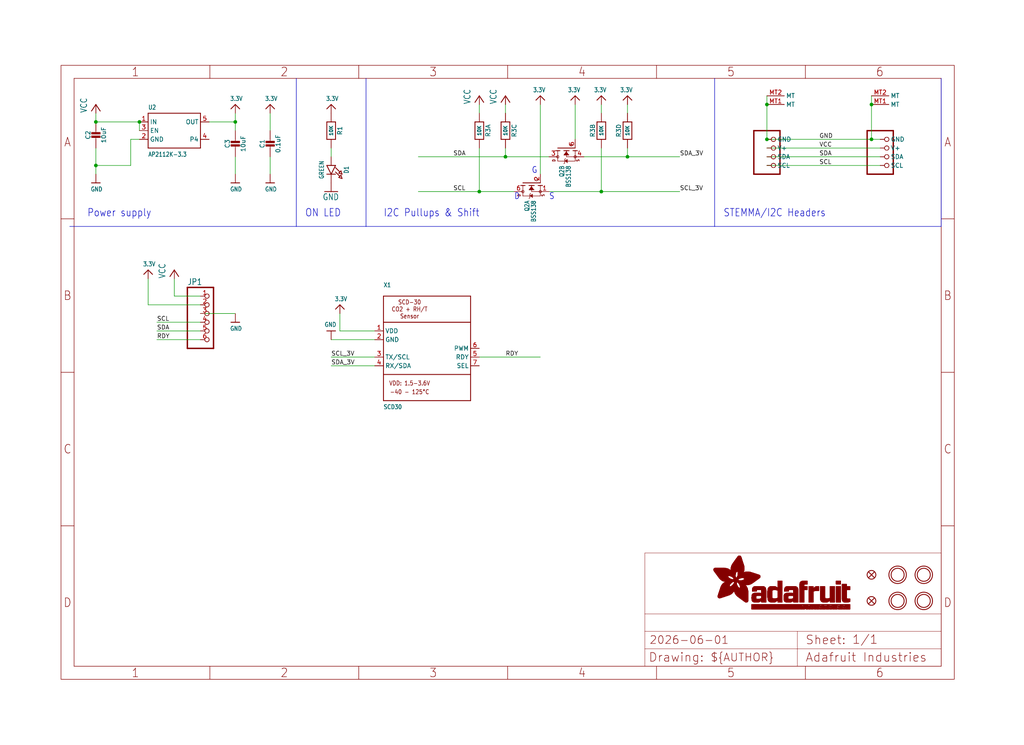
<source format=kicad_sch>
(kicad_sch (version 20230121) (generator eeschema)
  (paper "User" 298.45 217.322)
  (lib_symbols
    (symbol "working-eagle-import:3.3V" (power)
      (property "Value" "3.3V" (at -1.524 1.016 0))
      (symbol "3.3V_1_0"
        (pin power_in line (at 0 -2.54 90) (length 2.54) (name "3.3V") (number "1"))
      )
    )
    (symbol "working-eagle-import:CAP_CERAMIC0603_NO"
      (property "Reference" "C" (at -2.29 1.25 90))
      (symbol "CAP_CERAMIC0603_NO_1_0"
        (pin passive line (at 0 5.08 270) (length 2.54) (name "1") (number "1"))
        (pin passive line (at 0 -2.54 90) (length 2.54) (name "2") (number "2"))
      )
    )
    (symbol "working-eagle-import:CAP_CERAMIC0805-NOOUTLINE"
      (property "Reference" "C" (at -2.29 1.25 90))
      (symbol "CAP_CERAMIC0805-NOOUTLINE_1_0"
        (pin passive line (at 0 5.08 270) (length 2.54) (name "1") (number "1"))
        (pin passive line (at 0 -2.54 90) (length 2.54) (name "2") (number "2"))
      )
    )
    (symbol "working-eagle-import:FIDUCIAL_1MM")
    (symbol "working-eagle-import:FRAME_A4_ADAFRUIT"
      (symbol "FRAME_A4_ADAFRUIT_1_0"
        (text "${#}/${##}" (at 230.505 10.16 0) (effects (font (size 2.54 2.54)) (justify left bottom)))
        (text "${AUTHOR}" (at 189.23 5.08 0) (effects (font (size 2.286 2.286)) (justify left bottom)))
        (text "${CURRENT_DATE}" (at 171.45 10.16 0) (effects (font (size 2.286 2.286)) (justify left bottom)))
        (text "${PROJECTNAME}" (at 171.45 15.24 0) (effects (font (size 2.54 2.54)) (justify left bottom)))
        (text "1" (at 21.6958 1.905 0) (effects (font (size 2.54 2.286))))
        (text "1" (at 21.6958 177.165 0) (effects (font (size 2.54 2.286))))
        (text "2" (at 65.0875 1.905 0) (effects (font (size 2.54 2.286))))
        (text "2" (at 65.0875 177.165 0) (effects (font (size 2.54 2.286))))
        (text "3" (at 108.4792 1.905 0) (effects (font (size 2.54 2.286))))
        (text "3" (at 108.4792 177.165 0) (effects (font (size 2.54 2.286))))
        (text "4" (at 151.8708 1.905 0) (effects (font (size 2.54 2.286))))
        (text "4" (at 151.8708 177.165 0) (effects (font (size 2.54 2.286))))
        (text "5" (at 195.2625 1.905 0) (effects (font (size 2.54 2.286))))
        (text "5" (at 195.2625 177.165 0) (effects (font (size 2.54 2.286))))
        (text "6" (at 238.6542 1.905 0) (effects (font (size 2.54 2.286))))
        (text "6" (at 238.6542 177.165 0) (effects (font (size 2.54 2.286))))
        (text "A" (at 1.905 156.6863 0) (effects (font (size 2.54 2.286))))
        (text "A" (at 258.445 156.6863 0) (effects (font (size 2.54 2.286))))
        (text "Adafruit Industries" (at 216.916 4.953 0) (effects (font (size 2.54 2.54)) (justify left bottom)))
        (text "B" (at 1.905 111.9188 0) (effects (font (size 2.54 2.286))))
        (text "B" (at 258.445 111.9188 0) (effects (font (size 2.54 2.286))))
        (text "C" (at 1.905 67.1513 0) (effects (font (size 2.54 2.286))))
        (text "C" (at 258.445 67.1513 0) (effects (font (size 2.54 2.286))))
        (text "D" (at 1.905 22.3838 0) (effects (font (size 2.54 2.286))))
        (text "D" (at 258.445 22.3838 0) (effects (font (size 2.54 2.286))))
        (text "Drawing:" (at 171.196 4.953 0) (effects (font (size 2.54 2.54)) (justify left bottom)))
        (text "Sheet:" (at 216.916 10.033 0) (effects (font (size 2.54 2.54)) (justify left bottom)))
      )
    )
    (symbol "working-eagle-import:GND" (power)
      (property "Value" "GND" (at -1.524 -2.54 0))
      (symbol "GND_1_0"
        (pin power_in line (at 0 2.54 270) (length 2.54) (name "GND") (number "1"))
      )
    )
    (symbol "working-eagle-import:HEADER-1X670MIL"
      (property "Reference" "JP" (at -6.35 10.795 0))
      (symbol "HEADER-1X670MIL_1_0"
        (pin passive inverted (at -2.54 7.62 0) (length 2.54) (name "1") (number "1"))
        (pin passive inverted (at -2.54 5.08 0) (length 2.54) (name "2") (number "2"))
        (pin passive inverted (at -2.54 2.54 0) (length 2.54) (name "3") (number "3"))
        (pin passive inverted (at -2.54 0 0) (length 2.54) (name "4") (number "4"))
        (pin passive inverted (at -2.54 -2.54 0) (length 2.54) (name "5") (number "5"))
        (pin passive inverted (at -2.54 -5.08 0) (length 2.54) (name "6") (number "6"))
      )
    )
    (symbol "working-eagle-import:LED0603_NOOUTLINE"
      (property "Reference" "D" (at -1.27 4.445 0))
      (symbol "LED0603_NOOUTLINE_1_0"
        (pin passive line (at -5.08 0 0) (length 2.54) (name "A") (number "A"))
        (pin passive line (at 2.54 0 180) (length 2.54) (name "C") (number "C"))
      )
    )
    (symbol "working-eagle-import:MOSFET-N_DUAL"
      (property "Reference" "Q" (at 5.08 0.635 0))
      (symbol "MOSFET-N_DUAL_1_0"
        (text "D" (at 3.175 3.175 0) (effects (font (size 0.8128 0.6908)) (justify left bottom)))
        (text "G" (at -1.27 -1.905 0) (effects (font (size 0.8128 0.6908)) (justify left bottom)))
        (text "S" (at 3.175 -3.81 0) (effects (font (size 0.8128 0.6908)) (justify left bottom)))
        (pin bidirectional line (at 2.54 -5.08 90) (length 2.54) (name "S") (number "1"))
        (pin bidirectional line (at -2.54 -2.54 0) (length 2.54) (name "G") (number "2"))
        (pin bidirectional line (at 2.54 5.08 270) (length 2.54) (name "D") (number "6"))
      )
      (symbol "MOSFET-N_DUAL_2_0"
        (text "D" (at 3.175 3.175 0) (effects (font (size 0.8128 0.6908)) (justify left bottom)))
        (text "G" (at -1.27 -1.905 0) (effects (font (size 0.8128 0.6908)) (justify left bottom)))
        (text "S" (at 3.175 -3.81 0) (effects (font (size 0.8128 0.6908)) (justify left bottom)))
        (pin bidirectional line (at 2.54 5.08 270) (length 2.54) (name "D") (number "3"))
        (pin bidirectional line (at 2.54 -5.08 90) (length 2.54) (name "S") (number "4"))
        (pin bidirectional line (at -2.54 -2.54 0) (length 2.54) (name "G") (number "5"))
      )
    )
    (symbol "working-eagle-import:MOUNTINGHOLE2.5")
    (symbol "working-eagle-import:RESISTOR_0603_NOOUT"
      (property "Reference" "R" (at 0 2.54 0))
      (symbol "RESISTOR_0603_NOOUT_1_0"
        (pin passive line (at -5.08 0 0) (length 2.54) (name "1") (number "1"))
        (pin passive line (at 5.08 0 180) (length 2.54) (name "2") (number "2"))
      )
    )
    (symbol "working-eagle-import:RESISTOR_4PACK"
      (property "Reference" "R" (at 0 2.54 0))
      (symbol "RESISTOR_4PACK_1_0"
        (pin passive line (at -5.08 0 0) (length 2.54) (name "1") (number "1"))
        (pin passive line (at 5.08 0 180) (length 2.54) (name "2") (number "8"))
      )
      (symbol "RESISTOR_4PACK_2_0"
        (pin passive line (at -5.08 0 0) (length 2.54) (name "1") (number "2"))
        (pin passive line (at 5.08 0 180) (length 2.54) (name "2") (number "7"))
      )
      (symbol "RESISTOR_4PACK_3_0"
        (pin passive line (at -5.08 0 0) (length 2.54) (name "1") (number "3"))
        (pin passive line (at 5.08 0 180) (length 2.54) (name "2") (number "6"))
      )
      (symbol "RESISTOR_4PACK_4_0"
        (pin passive line (at -5.08 0 0) (length 2.54) (name "1") (number "4"))
        (pin passive line (at 5.08 0 180) (length 2.54) (name "2") (number "5"))
      )
    )
    (symbol "working-eagle-import:SCD30"
      (property "Reference" "X" (at -12.7 17.78 0))
      (symbol "SCD30_1_0"
        (text "-40 - 125°C" (at -5.08 -12.7 0) (effects (font (size 1.27 1.0795))))
        (text "SCD-30\nCO2 + RH/T\nSensor" (at -5.08 11.43 0) (effects (font (size 1.27 1.0795))))
        (text "VDD: 1.5-3.6V" (at -5.08 -10.16 0) (effects (font (size 1.27 1.0795))))
        (pin power_in line (at -15.24 5.08 0) (length 2.54) (name "VDD") (number "1"))
        (pin power_in line (at -15.24 2.54 0) (length 2.54) (name "GND") (number "2"))
        (pin input line (at -15.24 -2.54 0) (length 2.54) (name "TX/SCL") (number "3"))
        (pin bidirectional line (at -15.24 -5.08 0) (length 2.54) (name "RX/SDA") (number "4"))
        (pin output line (at 15.24 -2.54 180) (length 2.54) (name "RDY") (number "5"))
        (pin output line (at 15.24 0 180) (length 2.54) (name "PWM") (number "6"))
        (pin input line (at 15.24 -5.08 180) (length 2.54) (name "SEL") (number "7"))
      )
    )
    (symbol "working-eagle-import:STEMMA_I2C_QT"
      (symbol "STEMMA_I2C_QT_1_0"
        (pin passive inverted (at 0 5.08 0) (length 2.54) (name "GND") (number "1"))
        (pin passive inverted (at 0 2.54 0) (length 2.54) (name "V+") (number "2"))
        (pin passive inverted (at 0 0 0) (length 2.54) (name "SDA") (number "3"))
        (pin passive inverted (at 0 -2.54 0) (length 2.54) (name "SCL") (number "4"))
      )
      (symbol "STEMMA_I2C_QT_2_0"
        (pin bidirectional line (at 0 0 0) (length 5.08) (name "MT") (number "MT1"))
      )
      (symbol "STEMMA_I2C_QT_3_0"
        (pin bidirectional line (at 0 0 0) (length 5.08) (name "MT") (number "MT2"))
      )
    )
    (symbol "working-eagle-import:VCC" (power)
      (property "Value" "VCC" (at -2.54 -2.54 90))
      (symbol "VCC_1_0"
        (pin power_in line (at 0 -2.54 90) (length 2.54) (name "VCC") (number "1"))
      )
    )
    (symbol "working-eagle-import:VREG_SOT23-5"
      (property "Reference" "U" (at -7.62 6.096 0))
      (symbol "VREG_SOT23-5_1_0"
        (pin power_in line (at -10.16 2.54 0) (length 2.54) (name "IN") (number "1"))
        (pin power_in line (at -10.16 -2.54 0) (length 2.54) (name "GND") (number "2"))
        (pin input line (at -10.16 0 0) (length 2.54) (name "EN") (number "3"))
        (pin bidirectional line (at 10.16 -2.54 180) (length 2.54) (name "P4") (number "4"))
        (pin power_in line (at 10.16 2.54 180) (length 2.54) (name "OUT") (number "5"))
      )
    )
    (symbol "working-eagle-import:supply1_GND" (power)
      (property "Value" "supply1_GND" (at -2.54 -2.54 0))
      (symbol "supply1_GND_1_0"
        (pin power_in line (at 0 2.54 270) (length 2.54) (name "GND") (number "1"))
      )
    )
  )
  (junction (at 254 30.48))
  (junction (at 27.94 35.56))
  (junction (at 40.64 35.56))
  (junction (at 223.52 30.48))
  (junction (at 175.26 55.88))
  (junction (at 27.94 48.26))
  (junction (at 147.32 45.72))
  (junction (at 223.52 40.64))
  (junction (at 68.58 35.56))
  (junction (at 254 40.64))
  (junction (at 182.88 45.72))
  (junction (at 139.7 55.88))
  (wire (pts (xy 139.7 104.14) (xy 157.48 104.14)) (stroke (width 0.1524)))
  (wire (pts (xy 167.64 40.64) (xy 167.64 30.48)) (stroke (width 0.1524)))
  (wire (pts (xy 27.94 33.02) (xy 27.94 35.56)) (stroke (width 0.1524)))
  (wire (pts (xy 182.88 43.18) (xy 182.88 45.72)) (stroke (width 0.1524)))
  (wire (pts (xy 40.64 40.64) (xy 38.1 40.64)) (stroke (width 0.1524)))
  (wire (pts (xy 58.42 93.98) (xy 45.72 93.98)) (stroke (width 0.1524)))
  (wire (pts (xy 139.7 55.88) (xy 121.92 55.88)) (stroke (width 0.1524)))
  (polyline (pts (xy 86.36 22.86) (xy 86.36 66.04)) (stroke (width 0.1524) (type solid)))
  (wire (pts (xy 58.42 88.9) (xy 43.18 88.9)) (stroke (width 0.1524)))
  (wire (pts (xy 157.48 50.8) (xy 157.48 30.48)) (stroke (width 0.1524)))
  (wire (pts (xy 68.58 45.72) (xy 68.58 50.8)) (stroke (width 0.1524)))
  (wire (pts (xy 147.32 33.02) (xy 147.32 30.48)) (stroke (width 0.1524)))
  (wire (pts (xy 78.74 33.02) (xy 78.74 38.1)) (stroke (width 0.1524)))
  (polyline (pts (xy 106.68 66.04) (xy 208.28 66.04)) (stroke (width 0.1524) (type solid)))
  (wire (pts (xy 147.32 43.18) (xy 147.32 45.72)) (stroke (width 0.1524)))
  (wire (pts (xy 139.7 30.48) (xy 139.7 33.02)) (stroke (width 0.1524)))
  (wire (pts (xy 254 27.94) (xy 254 30.48)) (stroke (width 0.1524)))
  (wire (pts (xy 109.22 96.52) (xy 99.06 96.52)) (stroke (width 0.1524)))
  (wire (pts (xy 160.02 55.88) (xy 175.26 55.88)) (stroke (width 0.1524)))
  (wire (pts (xy 99.06 96.52) (xy 99.06 91.44)) (stroke (width 0.1524)))
  (wire (pts (xy 254 30.48) (xy 254 40.64)) (stroke (width 0.1524)))
  (wire (pts (xy 160.02 45.72) (xy 147.32 45.72)) (stroke (width 0.1524)))
  (wire (pts (xy 40.64 38.1) (xy 40.64 35.56)) (stroke (width 0.1524)))
  (polyline (pts (xy 208.28 66.04) (xy 274.32 66.04)) (stroke (width 0.1524) (type solid)))
  (wire (pts (xy 27.94 48.26) (xy 27.94 43.18)) (stroke (width 0.1524)))
  (wire (pts (xy 38.1 40.64) (xy 38.1 48.26)) (stroke (width 0.1524)))
  (wire (pts (xy 27.94 48.26) (xy 27.94 50.8)) (stroke (width 0.1524)))
  (wire (pts (xy 68.58 35.56) (xy 68.58 38.1)) (stroke (width 0.1524)))
  (wire (pts (xy 68.58 35.56) (xy 68.58 33.02)) (stroke (width 0.1524)))
  (wire (pts (xy 96.52 45.72) (xy 96.52 43.18)) (stroke (width 0.1524)))
  (wire (pts (xy 175.26 55.88) (xy 198.12 55.88)) (stroke (width 0.1524)))
  (wire (pts (xy 175.26 33.02) (xy 175.26 30.48)) (stroke (width 0.1524)))
  (wire (pts (xy 182.88 33.02) (xy 182.88 30.48)) (stroke (width 0.1524)))
  (wire (pts (xy 78.74 45.72) (xy 78.74 50.8)) (stroke (width 0.1524)))
  (polyline (pts (xy 86.36 66.04) (xy 106.68 66.04)) (stroke (width 0.1524) (type solid)))
  (polyline (pts (xy 106.68 22.86) (xy 106.68 66.04)) (stroke (width 0.1524) (type solid)))
  (polyline (pts (xy 208.28 22.86) (xy 208.28 66.04)) (stroke (width 0.1524) (type solid)))
  (wire (pts (xy 58.42 99.06) (xy 45.72 99.06)) (stroke (width 0.1524)))
  (wire (pts (xy 182.88 45.72) (xy 198.12 45.72)) (stroke (width 0.1524)))
  (polyline (pts (xy 20.32 66.04) (xy 86.36 66.04)) (stroke (width 0.1524) (type solid)))
  (wire (pts (xy 256.54 40.64) (xy 254 40.64)) (stroke (width 0.1524)))
  (wire (pts (xy 223.52 27.94) (xy 223.52 30.48)) (stroke (width 0.1524)))
  (wire (pts (xy 147.32 45.72) (xy 121.92 45.72)) (stroke (width 0.1524)))
  (wire (pts (xy 175.26 43.18) (xy 175.26 55.88)) (stroke (width 0.1524)))
  (wire (pts (xy 170.18 45.72) (xy 182.88 45.72)) (stroke (width 0.1524)))
  (wire (pts (xy 58.42 86.36) (xy 50.8 86.36)) (stroke (width 0.1524)))
  (wire (pts (xy 109.22 99.06) (xy 96.52 99.06)) (stroke (width 0.1524)))
  (wire (pts (xy 223.52 30.48) (xy 223.52 40.64)) (stroke (width 0.1524)))
  (wire (pts (xy 60.96 35.56) (xy 68.58 35.56)) (stroke (width 0.1524)))
  (wire (pts (xy 256.54 45.72) (xy 223.52 45.72)) (stroke (width 0.1524)))
  (wire (pts (xy 139.7 43.18) (xy 139.7 55.88)) (stroke (width 0.1524)))
  (wire (pts (xy 96.52 106.68) (xy 109.22 106.68)) (stroke (width 0.1524)))
  (wire (pts (xy 109.22 104.14) (xy 96.52 104.14)) (stroke (width 0.1524)))
  (wire (pts (xy 223.52 43.18) (xy 256.54 43.18)) (stroke (width 0.1524)))
  (wire (pts (xy 38.1 48.26) (xy 27.94 48.26)) (stroke (width 0.1524)))
  (polyline (pts (xy 274.32 22.86) (xy 274.32 66.04)) (stroke (width 0.1524) (type solid)))
  (wire (pts (xy 223.52 48.26) (xy 256.54 48.26)) (stroke (width 0.1524)))
  (wire (pts (xy 58.42 96.52) (xy 45.72 96.52)) (stroke (width 0.1524)))
  (wire (pts (xy 58.42 91.44) (xy 68.58 91.44)) (stroke (width 0.1524)))
  (wire (pts (xy 43.18 88.9) (xy 43.18 81.28)) (stroke (width 0.1524)))
  (wire (pts (xy 50.8 86.36) (xy 50.8 81.28)) (stroke (width 0.1524)))
  (wire (pts (xy 254 40.64) (xy 223.52 40.64)) (stroke (width 0.1524)))
  (wire (pts (xy 149.86 55.88) (xy 139.7 55.88)) (stroke (width 0.1524)))
  (wire (pts (xy 40.64 35.56) (xy 27.94 35.56)) (stroke (width 0.1524)))
  (text "S" (at 160.02 58.42 0) (effects (font (size 1.778 1.5113)) (justify left bottom)))
  (text "D" (at 149.86 58.42 0) (effects (font (size 1.778 1.5113)) (justify left bottom)))
  (text "I2C Pullups & Shift" (at 111.76 63.5 0) (effects (font (size 2.1844 1.8567)) (justify left bottom)))
  (text "ON LED" (at 88.9 63.5 0) (effects (font (size 2.1844 1.8567)) (justify left bottom)))
  (text "STEMMA/I2C Headers" (at 210.82 63.5 0) (effects (font (size 2.1844 1.8567)) (justify left bottom)))
  (text "Power supply" (at 25.4 63.5 0) (effects (font (size 2.1844 1.8567)) (justify left bottom)))
  (text "G" (at 154.94 50.8 0) (effects (font (size 1.778 1.5113)) (justify left bottom)))
  (label "SCL" (at 238.76 48.26 0) (effects (font (size 1.2446 1.2446))))
  (label "SDA" (at 132.08 45.72 0) (effects (font (size 1.2446 1.2446))))
  (label "SDA_3V" (at 96.52 106.68 0) (effects (font (size 1.2446 1.2446))))
  (label "SDA_3V" (at 198.12 45.72 0) (effects (font (size 1.2446 1.2446))))
  (label "SCL_3V" (at 198.12 55.88 0) (effects (font (size 1.2446 1.2446))))
  (label "GND" (at 238.76 40.64 0) (effects (font (size 1.2446 1.2446))))
  (label "SDA" (at 238.76 45.72 0) (effects (font (size 1.2446 1.2446))))
  (label "RDY" (at 45.72 99.06 0) (effects (font (size 1.2446 1.2446))))
  (label "RDY" (at 147.32 104.14 0) (effects (font (size 1.2446 1.2446))))
  (label "SCL" (at 132.08 55.88 0) (effects (font (size 1.2446 1.2446))))
  (label "SCL" (at 45.72 93.98 0) (effects (font (size 1.2446 1.2446))))
  (label "SCL_3V" (at 96.52 104.14 0) (effects (font (size 1.2446 1.2446))))
  (label "VCC" (at 238.76 43.18 0) (effects (font (size 1.2446 1.2446))))
  (label "SDA" (at 45.72 96.52 0) (effects (font (size 1.2446 1.2446))))
  (symbol (lib_id "working-eagle-import:CAP_CERAMIC0603_NO") (at 78.74 43.18 0) (unit 1)
    (property "Reference" "C1" (at 76.45 41.93 90))
    (property "Value" "0.1uF" (at 81.04 41.93 90))
    (property "Footprint" "working:0603-NO" (effects hide))
  )
  (symbol (lib_id "working-eagle-import:VREG_SOT23-5") (at 50.8 38.1 0) (unit 1)
    (property "Reference" "U2" (at 43.18 32.004 0) (effects (font (size 1.27 1.0795)) (justify left bottom)))
    (property "Value" "AP2112K-3.3" (at 43.18 45.72 0) (effects (font (size 1.27 1.0795)) (justify left bottom)))
    (property "Footprint" "working:SOT23-5" (effects hide))
  )
  (symbol (lib_id "working-eagle-import:CAP_CERAMIC0805-NOOUTLINE") (at 27.94 40.64 0) (unit 1)
    (property "Reference" "C2" (at 25.65 39.39 90))
    (property "Value" "10uF" (at 30.24 39.39 90))
    (property "Footprint" "working:0805-NO" (effects hide))
  )
  (symbol (lib_id "working-eagle-import:CAP_CERAMIC0805-NOOUTLINE") (at 68.58 43.18 0) (unit 1)
    (property "Reference" "C3" (at 66.29 41.93 90))
    (property "Value" "10uF" (at 70.88 41.93 90))
    (property "Footprint" "working:0805-NO" (effects hide))
  )
  (symbol (lib_id "working-eagle-import:FIDUCIAL_1MM") (at 254 167.64 0) (unit 1)
    (property "Reference" "FID4" (effects hide))
    (property "Value" "FIDUCIAL_1MM" (effects hide))
    (property "Footprint" "working:FIDUCIAL_1MM" (effects hide))
  )
  (symbol (lib_id "working-eagle-import:3.3V") (at 99.06 88.9 0) (unit 1)
    (property "Reference" "#U$2" (effects hide))
    (property "Value" "3.3V" (at 97.536 87.884 0) (effects (font (size 1.27 1.0795)) (justify left bottom)))
  )
  (symbol (lib_id "working-eagle-import:FIDUCIAL_1MM") (at 254 175.26 0) (unit 1)
    (property "Reference" "FID3" (effects hide))
    (property "Value" "FIDUCIAL_1MM" (effects hide))
    (property "Footprint" "working:FIDUCIAL_1MM" (effects hide))
  )
  (symbol (lib_id "working-eagle-import:3.3V") (at 175.26 27.94 0) (mirror y) (unit 1)
    (property "Reference" "#U$24" (effects hide))
    (property "Value" "3.3V" (at 176.784 26.924 0) (effects (font (size 1.27 1.0795)) (justify left bottom)))
  )
  (symbol (lib_id "working-eagle-import:RESISTOR_0603_NOOUT") (at 96.52 38.1 270) (unit 1)
    (property "Reference" "R1" (at 99.06 38.1 0))
    (property "Value" "10K" (at 96.52 38.1 0) (effects (font (size 1.016 1.016) bold)))
    (property "Footprint" "working:0603-NO" (effects hide))
  )
  (symbol (lib_id "working-eagle-import:VCC") (at 50.8 78.74 0) (unit 1)
    (property "Reference" "#P+4" (effects hide))
    (property "Value" "VCC" (at 48.26 81.28 90) (effects (font (size 1.778 1.5113)) (justify left bottom)))
  )
  (symbol (lib_id "working-eagle-import:STEMMA_I2C_QT") (at 223.52 30.48 0) (unit 2)
    (property "Reference" "CONN3" (effects hide))
    (property "Value" "STEMMA_I2C_QT" (effects hide))
    (property "Footprint" "working:JST_SH4" (effects hide))
  )
  (symbol (lib_id "working-eagle-import:3.3V") (at 43.18 78.74 0) (unit 1)
    (property "Reference" "#U$16" (effects hide))
    (property "Value" "3.3V" (at 41.656 77.724 0) (effects (font (size 1.27 1.0795)) (justify left bottom)))
  )
  (symbol (lib_id "working-eagle-import:STEMMA_I2C_QT") (at 223.52 27.94 0) (unit 3)
    (property "Reference" "CONN3" (effects hide))
    (property "Value" "STEMMA_I2C_QT" (effects hide))
    (property "Footprint" "working:JST_SH4" (effects hide))
  )
  (symbol (lib_id "working-eagle-import:LED0603_NOOUTLINE") (at 96.52 50.8 270) (unit 1)
    (property "Reference" "D1" (at 100.965 49.53 0) (effects (font (size 1.27 1.0795))))
    (property "Value" "GREEN" (at 93.726 49.53 0) (effects (font (size 1.27 1.0795))))
    (property "Footprint" "working:CHIPLED_0603_NOOUTLINE" (effects hide))
  )
  (symbol (lib_id "working-eagle-import:MOUNTINGHOLE2.5") (at 261.62 175.26 0) (unit 1)
    (property "Reference" "U$1" (effects hide))
    (property "Value" "MOUNTINGHOLE2.5" (effects hide))
    (property "Footprint" "working:MOUNTINGHOLE_2.5_PLATED" (effects hide))
  )
  (symbol (lib_id "working-eagle-import:supply1_GND") (at 96.52 55.88 0) (unit 1)
    (property "Reference" "#GND6" (effects hide))
    (property "Value" "GND" (at 93.98 58.42 0) (effects (font (size 1.778 1.5113)) (justify left bottom)))
  )
  (symbol (lib_id "working-eagle-import:MOSFET-N_DUAL") (at 165.1 43.18 90) (mirror x) (unit 2)
    (property "Reference" "Q2" (at 164.465 48.26 0) (effects (font (size 1.27 1.0795)) (justify left bottom)))
    (property "Value" "BSS138" (at 166.37 48.26 0) (effects (font (size 1.27 1.0795)) (justify left bottom)))
    (property "Footprint" "working:SOT363" (effects hide))
  )
  (symbol (lib_id "working-eagle-import:GND") (at 68.58 93.98 0) (unit 1)
    (property "Reference" "#U$10" (effects hide))
    (property "Value" "GND" (at 67.056 96.52 0) (effects (font (size 1.27 1.0795)) (justify left bottom)))
  )
  (symbol (lib_id "working-eagle-import:MOUNTINGHOLE2.5") (at 261.62 167.64 0) (unit 1)
    (property "Reference" "U$17" (effects hide))
    (property "Value" "MOUNTINGHOLE2.5" (effects hide))
    (property "Footprint" "working:MOUNTINGHOLE_2.5_PLATED" (effects hide))
  )
  (symbol (lib_id "working-eagle-import:3.3V") (at 96.52 30.48 0) (unit 1)
    (property "Reference" "#U$3" (effects hide))
    (property "Value" "3.3V" (at 94.996 29.464 0) (effects (font (size 1.27 1.0795)) (justify left bottom)))
  )
  (symbol (lib_id "working-eagle-import:MOSFET-N_DUAL") (at 154.94 53.34 90) (mirror x) (unit 1)
    (property "Reference" "Q2" (at 154.305 58.42 0) (effects (font (size 1.27 1.0795)) (justify left bottom)))
    (property "Value" "BSS138" (at 156.21 58.42 0) (effects (font (size 1.27 1.0795)) (justify left bottom)))
    (property "Footprint" "working:SOT363" (effects hide))
  )
  (symbol (lib_id "working-eagle-import:GND") (at 96.52 96.52 180) (unit 1)
    (property "Reference" "#U$4" (effects hide))
    (property "Value" "GND" (at 98.044 93.98 0) (effects (font (size 1.27 1.0795)) (justify left bottom)))
  )
  (symbol (lib_id "working-eagle-import:GND") (at 68.58 53.34 0) (unit 1)
    (property "Reference" "#U$5" (effects hide))
    (property "Value" "GND" (at 67.056 55.88 0) (effects (font (size 1.27 1.0795)) (justify left bottom)))
  )
  (symbol (lib_id "working-eagle-import:3.3V") (at 182.88 27.94 0) (mirror y) (unit 1)
    (property "Reference" "#U$7" (effects hide))
    (property "Value" "3.3V" (at 184.404 26.924 0) (effects (font (size 1.27 1.0795)) (justify left bottom)))
  )
  (symbol (lib_id "working-eagle-import:STEMMA_I2C_QT") (at 256.54 45.72 0) (unit 1)
    (property "Reference" "CONN4" (effects hide))
    (property "Value" "STEMMA_I2C_QT" (effects hide))
    (property "Footprint" "working:JST_SH4" (effects hide))
  )
  (symbol (lib_id "working-eagle-import:3.3V") (at 68.58 30.48 0) (unit 1)
    (property "Reference" "#U$15" (effects hide))
    (property "Value" "3.3V" (at 67.056 29.464 0) (effects (font (size 1.27 1.0795)) (justify left bottom)))
  )
  (symbol (lib_id "working-eagle-import:VCC") (at 139.7 27.94 0) (unit 1)
    (property "Reference" "#P+1" (effects hide))
    (property "Value" "VCC" (at 137.16 30.48 90) (effects (font (size 1.778 1.5113)) (justify left bottom)))
  )
  (symbol (lib_id "working-eagle-import:RESISTOR_4PACK") (at 175.26 38.1 90) (mirror x) (unit 2)
    (property "Reference" "R3" (at 172.72 38.1 0))
    (property "Value" "10K" (at 175.26 38.1 0) (effects (font (size 1.016 1.016) bold)))
    (property "Footprint" "working:RESPACK_4X0603" (effects hide))
  )
  (symbol (lib_id "working-eagle-import:GND") (at 27.94 53.34 0) (unit 1)
    (property "Reference" "#U$13" (effects hide))
    (property "Value" "GND" (at 26.416 55.88 0) (effects (font (size 1.27 1.0795)) (justify left bottom)))
  )
  (symbol (lib_id "working-eagle-import:RESISTOR_4PACK") (at 147.32 38.1 270) (unit 3)
    (property "Reference" "R3" (at 149.86 38.1 0))
    (property "Value" "10K" (at 147.32 38.1 0) (effects (font (size 1.016 1.016) bold)))
    (property "Footprint" "working:RESPACK_4X0603" (effects hide))
  )
  (symbol (lib_id "working-eagle-import:3.3V") (at 157.48 27.94 0) (mirror y) (unit 1)
    (property "Reference" "#U$26" (effects hide))
    (property "Value" "3.3V" (at 159.004 26.924 0) (effects (font (size 1.27 1.0795)) (justify left bottom)))
  )
  (symbol (lib_id "working-eagle-import:RESISTOR_4PACK") (at 139.7 38.1 270) (unit 1)
    (property "Reference" "R3" (at 142.24 38.1 0))
    (property "Value" "10K" (at 139.7 38.1 0) (effects (font (size 1.016 1.016) bold)))
    (property "Footprint" "working:RESPACK_4X0603" (effects hide))
  )
  (symbol (lib_id "working-eagle-import:STEMMA_I2C_QT") (at 254 27.94 0) (unit 3)
    (property "Reference" "CONN4" (effects hide))
    (property "Value" "STEMMA_I2C_QT" (effects hide))
    (property "Footprint" "working:JST_SH4" (effects hide))
  )
  (symbol (lib_id "working-eagle-import:3.3V") (at 167.64 27.94 0) (mirror y) (unit 1)
    (property "Reference" "#U$23" (effects hide))
    (property "Value" "3.3V" (at 169.164 26.924 0) (effects (font (size 1.27 1.0795)) (justify left bottom)))
  )
  (symbol (lib_id "working-eagle-import:GND") (at 78.74 53.34 0) (unit 1)
    (property "Reference" "#U$6" (effects hide))
    (property "Value" "GND" (at 77.216 55.88 0) (effects (font (size 1.27 1.0795)) (justify left bottom)))
  )
  (symbol (lib_id "working-eagle-import:HEADER-1X670MIL") (at 60.96 93.98 0) (unit 1)
    (property "Reference" "JP1" (at 54.61 83.185 0) (effects (font (size 1.778 1.5113)) (justify left bottom)))
    (property "Value" "HEADER-1X670MIL" (effects hide))
    (property "Footprint" "working:1X06_ROUND_70" (effects hide))
  )
  (symbol (lib_id "working-eagle-import:STEMMA_I2C_QT") (at 254 30.48 0) (unit 2)
    (property "Reference" "CONN4" (effects hide))
    (property "Value" "STEMMA_I2C_QT" (effects hide))
    (property "Footprint" "working:JST_SH4" (effects hide))
  )
  (symbol (lib_id "working-eagle-import:STEMMA_I2C_QT") (at 223.52 45.72 0) (unit 1)
    (property "Reference" "CONN3" (effects hide))
    (property "Value" "STEMMA_I2C_QT" (effects hide))
    (property "Footprint" "working:JST_SH4" (effects hide))
  )
  (symbol (lib_id "working-eagle-import:FRAME_A4_ADAFRUIT") (at 17.78 198.12 0) (unit 1)
    (property "Reference" "#U$18" (effects hide))
    (property "Value" "FRAME_A4_ADAFRUIT" (effects hide))
  )
  (symbol (lib_id "working-eagle-import:VCC") (at 27.94 30.48 0) (unit 1)
    (property "Reference" "#P+3" (effects hide))
    (property "Value" "VCC" (at 25.4 33.02 90) (effects (font (size 1.778 1.5113)) (justify left bottom)))
  )
  (symbol (lib_id "working-eagle-import:3.3V") (at 78.74 30.48 0) (unit 1)
    (property "Reference" "#U$14" (effects hide))
    (property "Value" "3.3V" (at 77.216 29.464 0) (effects (font (size 1.27 1.0795)) (justify left bottom)))
  )
  (symbol (lib_id "working-eagle-import:RESISTOR_4PACK") (at 182.88 38.1 90) (mirror x) (unit 4)
    (property "Reference" "R3" (at 180.34 38.1 0))
    (property "Value" "10K" (at 182.88 38.1 0) (effects (font (size 1.016 1.016) bold)))
    (property "Footprint" "working:RESPACK_4X0603" (effects hide))
  )
  (symbol (lib_id "working-eagle-import:MOUNTINGHOLE2.5") (at 269.24 167.64 0) (unit 1)
    (property "Reference" "U$19" (effects hide))
    (property "Value" "MOUNTINGHOLE2.5" (effects hide))
    (property "Footprint" "working:MOUNTINGHOLE_2.5_PLATED" (effects hide))
  )
  (symbol (lib_id "working-eagle-import:VCC") (at 147.32 27.94 0) (unit 1)
    (property "Reference" "#P+2" (effects hide))
    (property "Value" "VCC" (at 144.78 30.48 90) (effects (font (size 1.778 1.5113)) (justify left bottom)))
  )
  (symbol (lib_id "working-eagle-import:MOUNTINGHOLE2.5") (at 269.24 175.26 0) (unit 1)
    (property "Reference" "U$21" (effects hide))
    (property "Value" "MOUNTINGHOLE2.5" (effects hide))
    (property "Footprint" "working:MOUNTINGHOLE_2.5_PLATED" (effects hide))
  )
  (symbol (lib_id "working-eagle-import:SCD30") (at 124.46 101.6 0) (unit 1)
    (property "Reference" "X1" (at 111.76 83.82 0) (effects (font (size 1.27 1.0795)) (justify left bottom)))
    (property "Value" "SCD30" (at 111.76 119.38 0) (effects (font (size 1.27 1.0795)) (justify left bottom)))
    (property "Footprint" "working:SCD30" (effects hide))
  )
)
</source>
